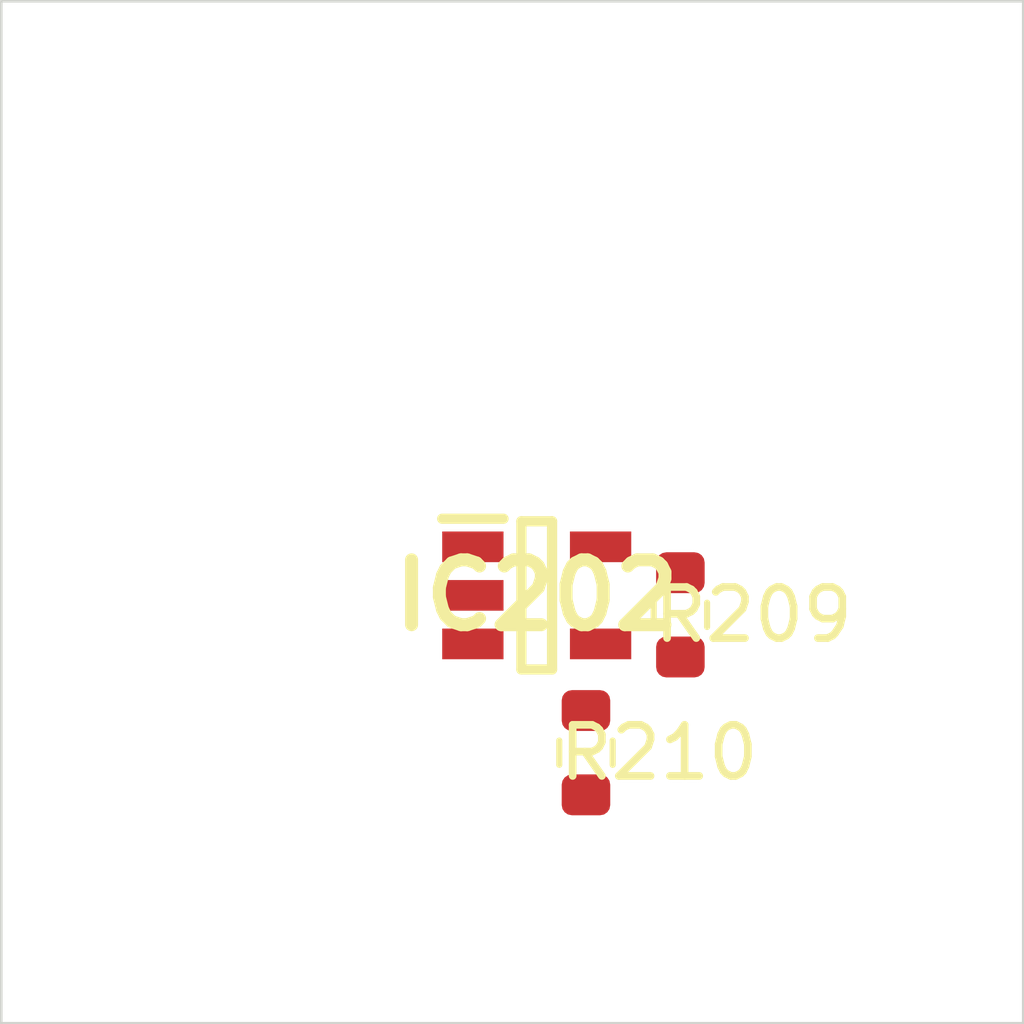
<source format=kicad_pcb>
 ( kicad_pcb  ( version 20171130 )
 ( host pcbnew 5.1.12-84ad8e8a86~92~ubuntu18.04.1 )
 ( general  ( thickness 1.6 )
 ( drawings 4 )
 ( tracks 0 )
 ( zones 0 )
 ( modules 3 )
 ( nets 5 )
)
 ( page A4 )
 ( layers  ( 0 F.Cu signal )
 ( 31 B.Cu signal )
 ( 32 B.Adhes user )
 ( 33 F.Adhes user )
 ( 34 B.Paste user )
 ( 35 F.Paste user )
 ( 36 B.SilkS user )
 ( 37 F.SilkS user )
 ( 38 B.Mask user )
 ( 39 F.Mask user )
 ( 40 Dwgs.User user )
 ( 41 Cmts.User user )
 ( 42 Eco1.User user )
 ( 43 Eco2.User user )
 ( 44 Edge.Cuts user )
 ( 45 Margin user )
 ( 46 B.CrtYd user )
 ( 47 F.CrtYd user )
 ( 48 B.Fab user )
 ( 49 F.Fab user )
)
 ( setup  ( last_trace_width 0.25 )
 ( trace_clearance 0.2 )
 ( zone_clearance 0.508 )
 ( zone_45_only no )
 ( trace_min 0.2 )
 ( via_size 0.8 )
 ( via_drill 0.4 )
 ( via_min_size 0.4 )
 ( via_min_drill 0.3 )
 ( uvia_size 0.3 )
 ( uvia_drill 0.1 )
 ( uvias_allowed no )
 ( uvia_min_size 0.2 )
 ( uvia_min_drill 0.1 )
 ( edge_width 0.05 )
 ( segment_width 0.2 )
 ( pcb_text_width 0.3 )
 ( pcb_text_size 1.5 1.5 )
 ( mod_edge_width 0.12 )
 ( mod_text_size 1 1 )
 ( mod_text_width 0.15 )
 ( pad_size 1.524 1.524 )
 ( pad_drill 0.762 )
 ( pad_to_mask_clearance 0 )
 ( aux_axis_origin 0 0 )
 ( visible_elements FFFFFF7F )
 ( pcbplotparams  ( layerselection 0x010fc_ffffffff )
 ( usegerberextensions false )
 ( usegerberattributes true )
 ( usegerberadvancedattributes true )
 ( creategerberjobfile true )
 ( excludeedgelayer true )
 ( linewidth 0.100000 )
 ( plotframeref false )
 ( viasonmask false )
 ( mode 1 )
 ( useauxorigin false )
 ( hpglpennumber 1 )
 ( hpglpenspeed 20 )
 ( hpglpendiameter 15.000000 )
 ( psnegative false )
 ( psa4output false )
 ( plotreference true )
 ( plotvalue true )
 ( plotinvisibletext false )
 ( padsonsilk false )
 ( subtractmaskfromsilk false )
 ( outputformat 1 )
 ( mirror false )
 ( drillshape 1 )
 ( scaleselection 1 )
 ( outputdirectory "" )
)
)
 ( net 0 "" )
 ( net 1 GND )
 ( net 2 VDDA )
 ( net 3 /Sheet6235D886/vp )
 ( net 4 "Net-(IC202-Pad3)" )
 ( net_class Default "This is the default net class."  ( clearance 0.2 )
 ( trace_width 0.25 )
 ( via_dia 0.8 )
 ( via_drill 0.4 )
 ( uvia_dia 0.3 )
 ( uvia_drill 0.1 )
 ( add_net /Sheet6235D886/vp )
 ( add_net GND )
 ( add_net "Net-(IC202-Pad3)" )
 ( add_net VDDA )
)
 ( module SOT95P280X145-5N locked  ( layer F.Cu )
 ( tedit 62336ED7 )
 ( tstamp 623423ED )
 ( at 90.479100 111.627000 )
 ( descr DBV0005A )
 ( tags "Integrated Circuit" )
 ( path /6235D887/6266C08E )
 ( attr smd )
 ( fp_text reference IC202  ( at 0 0 )
 ( layer F.SilkS )
 ( effects  ( font  ( size 1.27 1.27 )
 ( thickness 0.254 )
)
)
)
 ( fp_text value TL071HIDBVR  ( at 0 0 )
 ( layer F.SilkS )
hide  ( effects  ( font  ( size 1.27 1.27 )
 ( thickness 0.254 )
)
)
)
 ( fp_line  ( start -1.85 -1.5 )
 ( end -0.65 -1.5 )
 ( layer F.SilkS )
 ( width 0.2 )
)
 ( fp_line  ( start -0.3 1.45 )
 ( end -0.3 -1.45 )
 ( layer F.SilkS )
 ( width 0.2 )
)
 ( fp_line  ( start 0.3 1.45 )
 ( end -0.3 1.45 )
 ( layer F.SilkS )
 ( width 0.2 )
)
 ( fp_line  ( start 0.3 -1.45 )
 ( end 0.3 1.45 )
 ( layer F.SilkS )
 ( width 0.2 )
)
 ( fp_line  ( start -0.3 -1.45 )
 ( end 0.3 -1.45 )
 ( layer F.SilkS )
 ( width 0.2 )
)
 ( fp_line  ( start -0.8 -0.5 )
 ( end 0.15 -1.45 )
 ( layer Dwgs.User )
 ( width 0.1 )
)
 ( fp_line  ( start -0.8 1.45 )
 ( end -0.8 -1.45 )
 ( layer Dwgs.User )
 ( width 0.1 )
)
 ( fp_line  ( start 0.8 1.45 )
 ( end -0.8 1.45 )
 ( layer Dwgs.User )
 ( width 0.1 )
)
 ( fp_line  ( start 0.8 -1.45 )
 ( end 0.8 1.45 )
 ( layer Dwgs.User )
 ( width 0.1 )
)
 ( fp_line  ( start -0.8 -1.45 )
 ( end 0.8 -1.45 )
 ( layer Dwgs.User )
 ( width 0.1 )
)
 ( fp_line  ( start -2.1 1.775 )
 ( end -2.1 -1.775 )
 ( layer Dwgs.User )
 ( width 0.05 )
)
 ( fp_line  ( start 2.1 1.775 )
 ( end -2.1 1.775 )
 ( layer Dwgs.User )
 ( width 0.05 )
)
 ( fp_line  ( start 2.1 -1.775 )
 ( end 2.1 1.775 )
 ( layer Dwgs.User )
 ( width 0.05 )
)
 ( fp_line  ( start -2.1 -1.775 )
 ( end 2.1 -1.775 )
 ( layer Dwgs.User )
 ( width 0.05 )
)
 ( pad 1 smd rect  ( at -1.25 -0.95 90.000000 )
 ( size 0.6 1.2 )
 ( layers F.Cu F.Mask F.Paste )
 ( net 3 /Sheet6235D886/vp )
)
 ( pad 2 smd rect  ( at -1.25 0 90.000000 )
 ( size 0.6 1.2 )
 ( layers F.Cu F.Mask F.Paste )
 ( net 1 GND )
)
 ( pad 3 smd rect  ( at -1.25 0.95 90.000000 )
 ( size 0.6 1.2 )
 ( layers F.Cu F.Mask F.Paste )
 ( net 4 "Net-(IC202-Pad3)" )
)
 ( pad 4 smd rect  ( at 1.25 0.95 90.000000 )
 ( size 0.6 1.2 )
 ( layers F.Cu F.Mask F.Paste )
 ( net 3 /Sheet6235D886/vp )
)
 ( pad 5 smd rect  ( at 1.25 -0.95 90.000000 )
 ( size 0.6 1.2 )
 ( layers F.Cu F.Mask F.Paste )
 ( net 2 VDDA )
)
)
 ( module Resistor_SMD:R_0603_1608Metric  ( layer F.Cu )
 ( tedit 5F68FEEE )
 ( tstamp 62342595 )
 ( at 93.290800 112.008000 270.000000 )
 ( descr "Resistor SMD 0603 (1608 Metric), square (rectangular) end terminal, IPC_7351 nominal, (Body size source: IPC-SM-782 page 72, https://www.pcb-3d.com/wordpress/wp-content/uploads/ipc-sm-782a_amendment_1_and_2.pdf), generated with kicad-footprint-generator" )
 ( tags resistor )
 ( path /6235D887/623CDBD9 )
 ( attr smd )
 ( fp_text reference R209  ( at 0 -1.43 )
 ( layer F.SilkS )
 ( effects  ( font  ( size 1 1 )
 ( thickness 0.15 )
)
)
)
 ( fp_text value 100k  ( at 0 1.43 )
 ( layer F.Fab )
 ( effects  ( font  ( size 1 1 )
 ( thickness 0.15 )
)
)
)
 ( fp_line  ( start -0.8 0.4125 )
 ( end -0.8 -0.4125 )
 ( layer F.Fab )
 ( width 0.1 )
)
 ( fp_line  ( start -0.8 -0.4125 )
 ( end 0.8 -0.4125 )
 ( layer F.Fab )
 ( width 0.1 )
)
 ( fp_line  ( start 0.8 -0.4125 )
 ( end 0.8 0.4125 )
 ( layer F.Fab )
 ( width 0.1 )
)
 ( fp_line  ( start 0.8 0.4125 )
 ( end -0.8 0.4125 )
 ( layer F.Fab )
 ( width 0.1 )
)
 ( fp_line  ( start -0.237258 -0.5225 )
 ( end 0.237258 -0.5225 )
 ( layer F.SilkS )
 ( width 0.12 )
)
 ( fp_line  ( start -0.237258 0.5225 )
 ( end 0.237258 0.5225 )
 ( layer F.SilkS )
 ( width 0.12 )
)
 ( fp_line  ( start -1.48 0.73 )
 ( end -1.48 -0.73 )
 ( layer F.CrtYd )
 ( width 0.05 )
)
 ( fp_line  ( start -1.48 -0.73 )
 ( end 1.48 -0.73 )
 ( layer F.CrtYd )
 ( width 0.05 )
)
 ( fp_line  ( start 1.48 -0.73 )
 ( end 1.48 0.73 )
 ( layer F.CrtYd )
 ( width 0.05 )
)
 ( fp_line  ( start 1.48 0.73 )
 ( end -1.48 0.73 )
 ( layer F.CrtYd )
 ( width 0.05 )
)
 ( fp_text user %R  ( at 0 0 )
 ( layer F.Fab )
 ( effects  ( font  ( size 0.4 0.4 )
 ( thickness 0.06 )
)
)
)
 ( pad 1 smd roundrect  ( at -0.825 0 270.000000 )
 ( size 0.8 0.95 )
 ( layers F.Cu F.Mask F.Paste )
 ( roundrect_rratio 0.25 )
 ( net 2 VDDA )
)
 ( pad 2 smd roundrect  ( at 0.825 0 270.000000 )
 ( size 0.8 0.95 )
 ( layers F.Cu F.Mask F.Paste )
 ( roundrect_rratio 0.25 )
 ( net 4 "Net-(IC202-Pad3)" )
)
 ( model ${KISYS3DMOD}/Resistor_SMD.3dshapes/R_0603_1608Metric.wrl  ( at  ( xyz 0 0 0 )
)
 ( scale  ( xyz 1 1 1 )
)
 ( rotate  ( xyz 0 0 0 )
)
)
)
 ( module Resistor_SMD:R_0603_1608Metric  ( layer F.Cu )
 ( tedit 5F68FEEE )
 ( tstamp 623425A6 )
 ( at 91.443000 114.706000 270.000000 )
 ( descr "Resistor SMD 0603 (1608 Metric), square (rectangular) end terminal, IPC_7351 nominal, (Body size source: IPC-SM-782 page 72, https://www.pcb-3d.com/wordpress/wp-content/uploads/ipc-sm-782a_amendment_1_and_2.pdf), generated with kicad-footprint-generator" )
 ( tags resistor )
 ( path /6235D887/623CDBDF )
 ( attr smd )
 ( fp_text reference R210  ( at 0 -1.43 )
 ( layer F.SilkS )
 ( effects  ( font  ( size 1 1 )
 ( thickness 0.15 )
)
)
)
 ( fp_text value 100k  ( at 0 1.43 )
 ( layer F.Fab )
 ( effects  ( font  ( size 1 1 )
 ( thickness 0.15 )
)
)
)
 ( fp_line  ( start 1.48 0.73 )
 ( end -1.48 0.73 )
 ( layer F.CrtYd )
 ( width 0.05 )
)
 ( fp_line  ( start 1.48 -0.73 )
 ( end 1.48 0.73 )
 ( layer F.CrtYd )
 ( width 0.05 )
)
 ( fp_line  ( start -1.48 -0.73 )
 ( end 1.48 -0.73 )
 ( layer F.CrtYd )
 ( width 0.05 )
)
 ( fp_line  ( start -1.48 0.73 )
 ( end -1.48 -0.73 )
 ( layer F.CrtYd )
 ( width 0.05 )
)
 ( fp_line  ( start -0.237258 0.5225 )
 ( end 0.237258 0.5225 )
 ( layer F.SilkS )
 ( width 0.12 )
)
 ( fp_line  ( start -0.237258 -0.5225 )
 ( end 0.237258 -0.5225 )
 ( layer F.SilkS )
 ( width 0.12 )
)
 ( fp_line  ( start 0.8 0.4125 )
 ( end -0.8 0.4125 )
 ( layer F.Fab )
 ( width 0.1 )
)
 ( fp_line  ( start 0.8 -0.4125 )
 ( end 0.8 0.4125 )
 ( layer F.Fab )
 ( width 0.1 )
)
 ( fp_line  ( start -0.8 -0.4125 )
 ( end 0.8 -0.4125 )
 ( layer F.Fab )
 ( width 0.1 )
)
 ( fp_line  ( start -0.8 0.4125 )
 ( end -0.8 -0.4125 )
 ( layer F.Fab )
 ( width 0.1 )
)
 ( fp_text user %R  ( at 0 0 )
 ( layer F.Fab )
 ( effects  ( font  ( size 0.4 0.4 )
 ( thickness 0.06 )
)
)
)
 ( pad 2 smd roundrect  ( at 0.825 0 270.000000 )
 ( size 0.8 0.95 )
 ( layers F.Cu F.Mask F.Paste )
 ( roundrect_rratio 0.25 )
 ( net 1 GND )
)
 ( pad 1 smd roundrect  ( at -0.825 0 270.000000 )
 ( size 0.8 0.95 )
 ( layers F.Cu F.Mask F.Paste )
 ( roundrect_rratio 0.25 )
 ( net 4 "Net-(IC202-Pad3)" )
)
 ( model ${KISYS3DMOD}/Resistor_SMD.3dshapes/R_0603_1608Metric.wrl  ( at  ( xyz 0 0 0 )
)
 ( scale  ( xyz 1 1 1 )
)
 ( rotate  ( xyz 0 0 0 )
)
)
)
 ( gr_line  ( start 100 100 )
 ( end 100 120 )
 ( layer Edge.Cuts )
 ( width 0.05 )
 ( tstamp 62E770C4 )
)
 ( gr_line  ( start 80 120 )
 ( end 100 120 )
 ( layer Edge.Cuts )
 ( width 0.05 )
 ( tstamp 62E770C0 )
)
 ( gr_line  ( start 80 100 )
 ( end 100 100 )
 ( layer Edge.Cuts )
 ( width 0.05 )
 ( tstamp 6234110C )
)
 ( gr_line  ( start 80 100 )
 ( end 80 120 )
 ( layer Edge.Cuts )
 ( width 0.05 )
)
)

</source>
